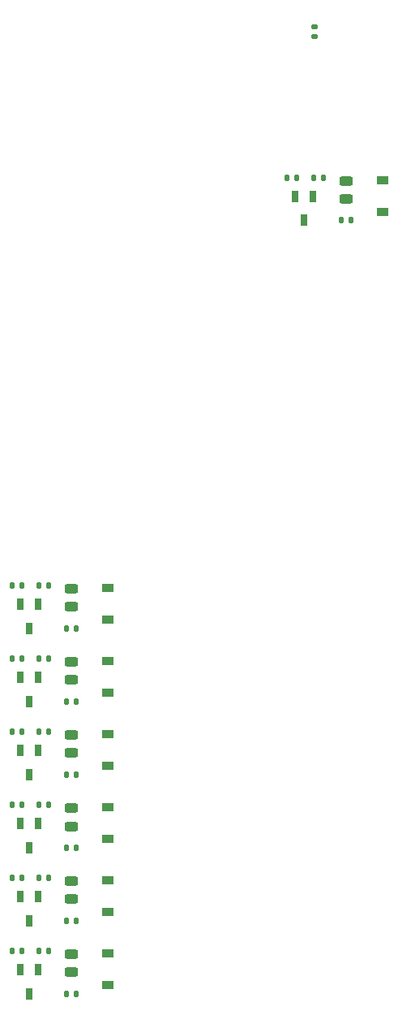
<source format=gbr>
%TF.GenerationSoftware,KiCad,Pcbnew,(6.0.0-0)*%
%TF.CreationDate,2022-12-23T14:22:00+01:00*%
%TF.ProjectId,garden-box,67617264-656e-42d6-926f-782e6b696361,rev?*%
%TF.SameCoordinates,Original*%
%TF.FileFunction,Paste,Top*%
%TF.FilePolarity,Positive*%
%FSLAX46Y46*%
G04 Gerber Fmt 4.6, Leading zero omitted, Abs format (unit mm)*
G04 Created by KiCad (PCBNEW (6.0.0-0)) date 2022-12-23 14:22:00*
%MOMM*%
%LPD*%
G01*
G04 APERTURE LIST*
G04 Aperture macros list*
%AMRoundRect*
0 Rectangle with rounded corners*
0 $1 Rounding radius*
0 $2 $3 $4 $5 $6 $7 $8 $9 X,Y pos of 4 corners*
0 Add a 4 corners polygon primitive as box body*
4,1,4,$2,$3,$4,$5,$6,$7,$8,$9,$2,$3,0*
0 Add four circle primitives for the rounded corners*
1,1,$1+$1,$2,$3*
1,1,$1+$1,$4,$5*
1,1,$1+$1,$6,$7*
1,1,$1+$1,$8,$9*
0 Add four rect primitives between the rounded corners*
20,1,$1+$1,$2,$3,$4,$5,0*
20,1,$1+$1,$4,$5,$6,$7,0*
20,1,$1+$1,$6,$7,$8,$9,0*
20,1,$1+$1,$8,$9,$2,$3,0*%
G04 Aperture macros list end*
%ADD10R,1.200000X0.900000*%
%ADD11RoundRect,0.243750X-0.456250X0.243750X-0.456250X-0.243750X0.456250X-0.243750X0.456250X0.243750X0*%
%ADD12R,0.700000X1.250013*%
%ADD13RoundRect,0.135000X-0.135000X-0.185000X0.135000X-0.185000X0.135000X0.185000X-0.135000X0.185000X0*%
%ADD14RoundRect,0.135000X0.135000X0.185000X-0.135000X0.185000X-0.135000X-0.185000X0.135000X-0.185000X0*%
%ADD15RoundRect,0.135000X-0.185000X0.135000X-0.185000X-0.135000X0.185000X-0.135000X0.185000X0.135000X0*%
G04 APERTURE END LIST*
D10*
%TO.C,D14*%
X135890000Y-152780000D03*
X135890000Y-149480000D03*
%TD*%
D11*
%TO.C,D13*%
X132080000Y-149557500D03*
X132080000Y-151432500D03*
%TD*%
D10*
%TO.C,D12*%
X135890000Y-145160000D03*
X135890000Y-141860000D03*
%TD*%
D11*
%TO.C,D11*%
X132080000Y-141937500D03*
X132080000Y-143812500D03*
%TD*%
D12*
%TO.C,Q7*%
X126685038Y-151150318D03*
X128584962Y-151150318D03*
X127635000Y-153649682D03*
%TD*%
D13*
%TO.C,R11*%
X128660000Y-126365000D03*
X129680000Y-126365000D03*
%TD*%
%TO.C,R19*%
X131570000Y-146050000D03*
X132590000Y-146050000D03*
%TD*%
%TO.C,R4*%
X160272500Y-73023080D03*
X161292500Y-73023080D03*
%TD*%
%TO.C,R2*%
X157362500Y-68578080D03*
X158382500Y-68578080D03*
%TD*%
D11*
%TO.C,D9*%
X132080000Y-134327500D03*
X132080000Y-136202500D03*
%TD*%
D13*
%TO.C,R20*%
X128660000Y-149225000D03*
X129680000Y-149225000D03*
%TD*%
%TO.C,R5*%
X128660000Y-111125000D03*
X129680000Y-111125000D03*
%TD*%
D11*
%TO.C,D3*%
X132080000Y-111457500D03*
X132080000Y-113332500D03*
%TD*%
D12*
%TO.C,Q3*%
X126685038Y-120670318D03*
X128584962Y-120670318D03*
X127635000Y-123169682D03*
%TD*%
D13*
%TO.C,R22*%
X131570000Y-153670000D03*
X132590000Y-153670000D03*
%TD*%
%TO.C,R16*%
X131570000Y-138440000D03*
X132590000Y-138440000D03*
%TD*%
%TO.C,R7*%
X131570000Y-115570000D03*
X132590000Y-115570000D03*
%TD*%
D12*
%TO.C,Q6*%
X126685038Y-143530318D03*
X128584962Y-143530318D03*
X127635000Y-146029682D03*
%TD*%
D13*
%TO.C,R13*%
X131570000Y-130810000D03*
X132590000Y-130810000D03*
%TD*%
%TO.C,R17*%
X128660000Y-141605000D03*
X129680000Y-141605000D03*
%TD*%
D12*
%TO.C,Q5*%
X126685038Y-135920318D03*
X128584962Y-135920318D03*
X127635000Y-138419682D03*
%TD*%
D14*
%TO.C,R15*%
X126875000Y-133995000D03*
X125855000Y-133995000D03*
%TD*%
D11*
%TO.C,D7*%
X132080000Y-126697500D03*
X132080000Y-128572500D03*
%TD*%
D12*
%TO.C,Q1*%
X155387538Y-70503398D03*
X157287462Y-70503398D03*
X156337500Y-73002762D03*
%TD*%
D13*
%TO.C,R8*%
X128660000Y-118745000D03*
X129680000Y-118745000D03*
%TD*%
D14*
%TO.C,R12*%
X126875000Y-126365000D03*
X125855000Y-126365000D03*
%TD*%
D10*
%TO.C,D8*%
X135890000Y-129920000D03*
X135890000Y-126620000D03*
%TD*%
D13*
%TO.C,R14*%
X128660000Y-133995000D03*
X129680000Y-133995000D03*
%TD*%
D10*
%TO.C,D4*%
X135890000Y-114680000D03*
X135890000Y-111380000D03*
%TD*%
D15*
%TO.C,R1*%
X157480000Y-52830000D03*
X157480000Y-53850000D03*
%TD*%
D14*
%TO.C,R18*%
X126875000Y-141605000D03*
X125855000Y-141605000D03*
%TD*%
D11*
%TO.C,D1*%
X160782500Y-68910580D03*
X160782500Y-70785580D03*
%TD*%
D13*
%TO.C,R10*%
X131570000Y-123190000D03*
X132590000Y-123190000D03*
%TD*%
D14*
%TO.C,R21*%
X126875000Y-149225000D03*
X125855000Y-149225000D03*
%TD*%
D10*
%TO.C,D6*%
X135890000Y-122300000D03*
X135890000Y-119000000D03*
%TD*%
D12*
%TO.C,Q2*%
X126685038Y-113050318D03*
X128584962Y-113050318D03*
X127635000Y-115549682D03*
%TD*%
D14*
%TO.C,R6*%
X126875000Y-111125000D03*
X125855000Y-111125000D03*
%TD*%
%TO.C,R3*%
X155577500Y-68578080D03*
X154557500Y-68578080D03*
%TD*%
D10*
%TO.C,D2*%
X164592500Y-72133080D03*
X164592500Y-68833080D03*
%TD*%
D14*
%TO.C,R9*%
X126875000Y-118745000D03*
X125855000Y-118745000D03*
%TD*%
D12*
%TO.C,Q4*%
X126685038Y-128290318D03*
X128584962Y-128290318D03*
X127635000Y-130789682D03*
%TD*%
D10*
%TO.C,D10*%
X135890000Y-137550000D03*
X135890000Y-134250000D03*
%TD*%
D11*
%TO.C,D5*%
X132080000Y-119077500D03*
X132080000Y-120952500D03*
%TD*%
M02*

</source>
